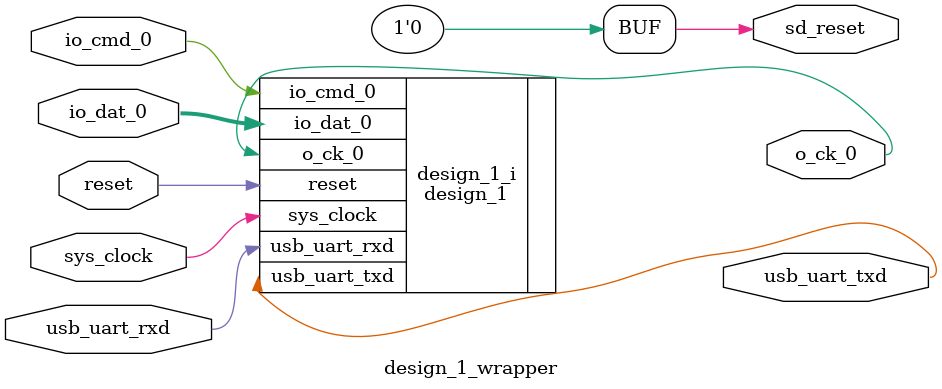
<source format=v>
`timescale 1 ps / 1 ps

module design_1_wrapper
   (io_cmd_0,
    io_dat_0,
    o_ck_0,
    reset,
    sys_clock,
    usb_uart_rxd,
    usb_uart_txd,
    sd_reset);
  inout io_cmd_0;
  inout [3:0]io_dat_0;
  output o_ck_0;
  input reset;
  input sys_clock;
  input usb_uart_rxd;
  output usb_uart_txd;
  output wire sd_reset;
  
  wire io_cmd_0;
  wire [3:0]io_dat_0;
  wire o_ck_0;
  wire reset;
  wire sys_clock;
  wire usb_uart_rxd;
  wire usb_uart_txd;
  
  assign sd_reset = 1'b0;
  
  design_1 design_1_i
       (.io_cmd_0(io_cmd_0),
        .io_dat_0(io_dat_0),
        .o_ck_0(o_ck_0),
        .reset(reset),
        .sys_clock(sys_clock),
        .usb_uart_rxd(usb_uart_rxd),
        .usb_uart_txd(usb_uart_txd));
endmodule

</source>
